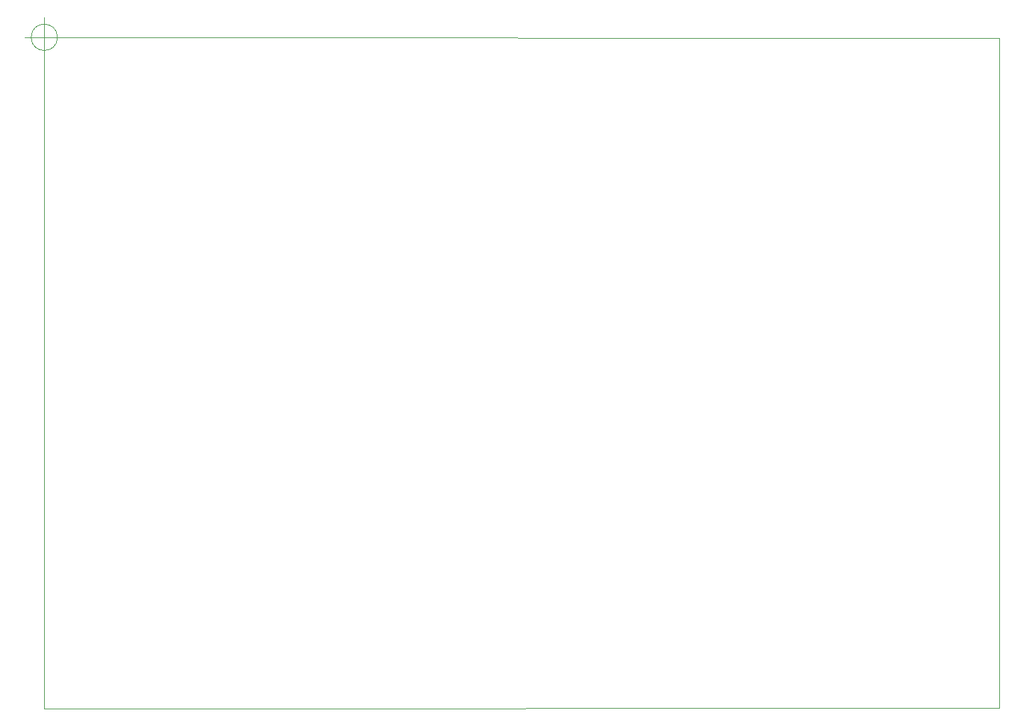
<source format=gbr>
%TF.GenerationSoftware,KiCad,Pcbnew,(5.1.8)-1*%
%TF.CreationDate,2021-12-10T09:08:06+01:00*%
%TF.ProjectId,Schema_Commande_Chacon_54650TX_V2,53636865-6d61-45f4-936f-6d6d616e6465,rev?*%
%TF.SameCoordinates,Original*%
%TF.FileFunction,Profile,NP*%
%FSLAX46Y46*%
G04 Gerber Fmt 4.6, Leading zero omitted, Abs format (unit mm)*
G04 Created by KiCad (PCBNEW (5.1.8)-1) date 2021-12-10 09:08:06*
%MOMM*%
%LPD*%
G01*
G04 APERTURE LIST*
%TA.AperFunction,Profile*%
%ADD10C,0.050000*%
%TD*%
G04 APERTURE END LIST*
D10*
X41966666Y-40210000D02*
G75*
G03*
X41966666Y-40210000I-1666666J0D01*
G01*
X37800000Y-40210000D02*
X42800000Y-40210000D01*
X40300000Y-37710000D02*
X40300000Y-42710000D01*
X40300000Y-125300000D02*
X40300000Y-40200000D01*
X161300000Y-125200000D02*
X40300000Y-125300000D01*
X161300000Y-40300000D02*
X161300000Y-125200000D01*
X40300000Y-40200000D02*
X161300000Y-40300000D01*
M02*

</source>
